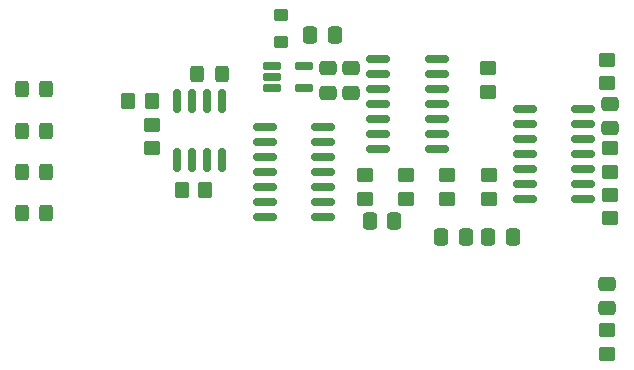
<source format=gbr>
%TF.GenerationSoftware,KiCad,Pcbnew,9.0.0*%
%TF.CreationDate,2025-05-15T12:38:11-07:00*%
%TF.ProjectId,ece223_project,65636532-3233-45f7-9072-6f6a6563742e,rev?*%
%TF.SameCoordinates,Original*%
%TF.FileFunction,Paste,Top*%
%TF.FilePolarity,Positive*%
%FSLAX46Y46*%
G04 Gerber Fmt 4.6, Leading zero omitted, Abs format (unit mm)*
G04 Created by KiCad (PCBNEW 9.0.0) date 2025-05-15 12:38:11*
%MOMM*%
%LPD*%
G01*
G04 APERTURE LIST*
G04 Aperture macros list*
%AMRoundRect*
0 Rectangle with rounded corners*
0 $1 Rounding radius*
0 $2 $3 $4 $5 $6 $7 $8 $9 X,Y pos of 4 corners*
0 Add a 4 corners polygon primitive as box body*
4,1,4,$2,$3,$4,$5,$6,$7,$8,$9,$2,$3,0*
0 Add four circle primitives for the rounded corners*
1,1,$1+$1,$2,$3*
1,1,$1+$1,$4,$5*
1,1,$1+$1,$6,$7*
1,1,$1+$1,$8,$9*
0 Add four rect primitives between the rounded corners*
20,1,$1+$1,$2,$3,$4,$5,0*
20,1,$1+$1,$4,$5,$6,$7,0*
20,1,$1+$1,$6,$7,$8,$9,0*
20,1,$1+$1,$8,$9,$2,$3,0*%
G04 Aperture macros list end*
%ADD10RoundRect,0.250000X-0.325000X-0.450000X0.325000X-0.450000X0.325000X0.450000X-0.325000X0.450000X0*%
%ADD11RoundRect,0.250000X-0.337500X-0.475000X0.337500X-0.475000X0.337500X0.475000X-0.337500X0.475000X0*%
%ADD12RoundRect,0.250000X0.475000X-0.337500X0.475000X0.337500X-0.475000X0.337500X-0.475000X-0.337500X0*%
%ADD13RoundRect,0.250000X0.350000X-0.275000X0.350000X0.275000X-0.350000X0.275000X-0.350000X-0.275000X0*%
%ADD14RoundRect,0.150000X-0.825000X-0.150000X0.825000X-0.150000X0.825000X0.150000X-0.825000X0.150000X0*%
%ADD15RoundRect,0.162500X-0.617500X-0.162500X0.617500X-0.162500X0.617500X0.162500X-0.617500X0.162500X0*%
%ADD16RoundRect,0.250000X0.337500X0.475000X-0.337500X0.475000X-0.337500X-0.475000X0.337500X-0.475000X0*%
%ADD17RoundRect,0.250000X0.350000X0.450000X-0.350000X0.450000X-0.350000X-0.450000X0.350000X-0.450000X0*%
%ADD18RoundRect,0.250000X0.450000X-0.350000X0.450000X0.350000X-0.450000X0.350000X-0.450000X-0.350000X0*%
%ADD19RoundRect,0.150000X0.825000X0.150000X-0.825000X0.150000X-0.825000X-0.150000X0.825000X-0.150000X0*%
%ADD20RoundRect,0.250000X-0.475000X0.337500X-0.475000X-0.337500X0.475000X-0.337500X0.475000X0.337500X0*%
%ADD21RoundRect,0.250000X-0.450000X0.350000X-0.450000X-0.350000X0.450000X-0.350000X0.450000X0.350000X0*%
%ADD22RoundRect,0.250000X-0.350000X-0.450000X0.350000X-0.450000X0.350000X0.450000X-0.350000X0.450000X0*%
%ADD23RoundRect,0.150000X0.150000X-0.825000X0.150000X0.825000X-0.150000X0.825000X-0.150000X-0.825000X0*%
G04 APERTURE END LIST*
D10*
%TO.C,D4*%
X34000000Y-52500000D03*
X36050000Y-52500000D03*
%TD*%
%TO.C,D2*%
X33975000Y-45500000D03*
X36025000Y-45500000D03*
%TD*%
D11*
%TO.C,C8*%
X63417180Y-53129359D03*
X65492180Y-53129359D03*
%TD*%
D12*
%TO.C,C3*%
X59857994Y-42313609D03*
X59857994Y-40238609D03*
%TD*%
D13*
%TO.C,L1*%
X55902446Y-38020426D03*
X55902446Y-35720426D03*
%TD*%
D14*
%TO.C,U4*%
X54525000Y-45190000D03*
X54525000Y-46460000D03*
X54525000Y-47730000D03*
X54525000Y-49000000D03*
X54525000Y-50270000D03*
X54525000Y-51540000D03*
X54525000Y-52810000D03*
X59475000Y-52810000D03*
X59475000Y-51540000D03*
X59475000Y-50270000D03*
X59475000Y-49000000D03*
X59475000Y-47730000D03*
X59475000Y-46460000D03*
X59475000Y-45190000D03*
%TD*%
D15*
%TO.C,U5*%
X55150000Y-40000000D03*
X55150000Y-40950000D03*
X55150000Y-41900000D03*
X57850000Y-41900000D03*
X57850000Y-40000000D03*
%TD*%
D16*
%TO.C,C11*%
X71537500Y-54500000D03*
X69462500Y-54500000D03*
%TD*%
D10*
%TO.C,D1*%
X33975000Y-42000000D03*
X36025000Y-42000000D03*
%TD*%
D17*
%TO.C,R11*%
X49500000Y-50500000D03*
X47500000Y-50500000D03*
%TD*%
D18*
%TO.C,R14*%
X83500000Y-41500000D03*
X83500000Y-39500000D03*
%TD*%
D12*
%TO.C,C4*%
X83500000Y-60537500D03*
X83500000Y-58462500D03*
%TD*%
D18*
%TO.C,R12*%
X45000000Y-47000000D03*
X45000000Y-45000000D03*
%TD*%
D19*
%TO.C,U1*%
X81500000Y-51270000D03*
X81500000Y-50000000D03*
X81500000Y-48730000D03*
X81500000Y-47460000D03*
X81500000Y-46190000D03*
X81500000Y-44920000D03*
X81500000Y-43650000D03*
X76550000Y-43650000D03*
X76550000Y-44920000D03*
X76550000Y-46190000D03*
X76550000Y-47460000D03*
X76550000Y-48730000D03*
X76550000Y-50000000D03*
X76550000Y-51270000D03*
%TD*%
D20*
%TO.C,C5*%
X83808728Y-43228381D03*
X83808728Y-45303381D03*
%TD*%
D11*
%TO.C,C1*%
X58402446Y-37432926D03*
X60477446Y-37432926D03*
%TD*%
D18*
%TO.C,R22*%
X73457994Y-42226109D03*
X73457994Y-40226109D03*
%TD*%
D21*
%TO.C,R20*%
X70000000Y-49270000D03*
X70000000Y-51270000D03*
%TD*%
D10*
%TO.C,D5*%
X48841032Y-40694171D03*
X50891032Y-40694171D03*
%TD*%
D21*
%TO.C,R19*%
X66500000Y-49270000D03*
X66500000Y-51270000D03*
%TD*%
D14*
%TO.C,U3*%
X64132994Y-39460000D03*
X64132994Y-40730000D03*
X64132994Y-42000000D03*
X64132994Y-43270000D03*
X64132994Y-44540000D03*
X64132994Y-45810000D03*
X64132994Y-47080000D03*
X69082994Y-47080000D03*
X69082994Y-45810000D03*
X69082994Y-44540000D03*
X69082994Y-43270000D03*
X69082994Y-42000000D03*
X69082994Y-40730000D03*
X69082994Y-39460000D03*
%TD*%
D21*
%TO.C,R9*%
X83756554Y-50949585D03*
X83756554Y-52949585D03*
%TD*%
D12*
%TO.C,C2*%
X61857994Y-42313609D03*
X61857994Y-40238609D03*
%TD*%
D22*
%TO.C,R15*%
X43000000Y-43000000D03*
X45000000Y-43000000D03*
%TD*%
D11*
%TO.C,C10*%
X73462500Y-54500000D03*
X75537500Y-54500000D03*
%TD*%
D21*
%TO.C,R18*%
X63000000Y-49270000D03*
X63000000Y-51270000D03*
%TD*%
D10*
%TO.C,D3*%
X34000000Y-49000000D03*
X36050000Y-49000000D03*
%TD*%
D21*
%TO.C,R21*%
X73500000Y-49270000D03*
X73500000Y-51270000D03*
%TD*%
%TO.C,R13*%
X83473393Y-62430892D03*
X83473393Y-64430892D03*
%TD*%
%TO.C,R8*%
X83776966Y-47000000D03*
X83776966Y-49000000D03*
%TD*%
D23*
%TO.C,U2*%
X47095000Y-47975000D03*
X48365000Y-47975000D03*
X49635000Y-47975000D03*
X50905000Y-47975000D03*
X50905000Y-43025000D03*
X49635000Y-43025000D03*
X48365000Y-43025000D03*
X47095000Y-43025000D03*
%TD*%
M02*

</source>
